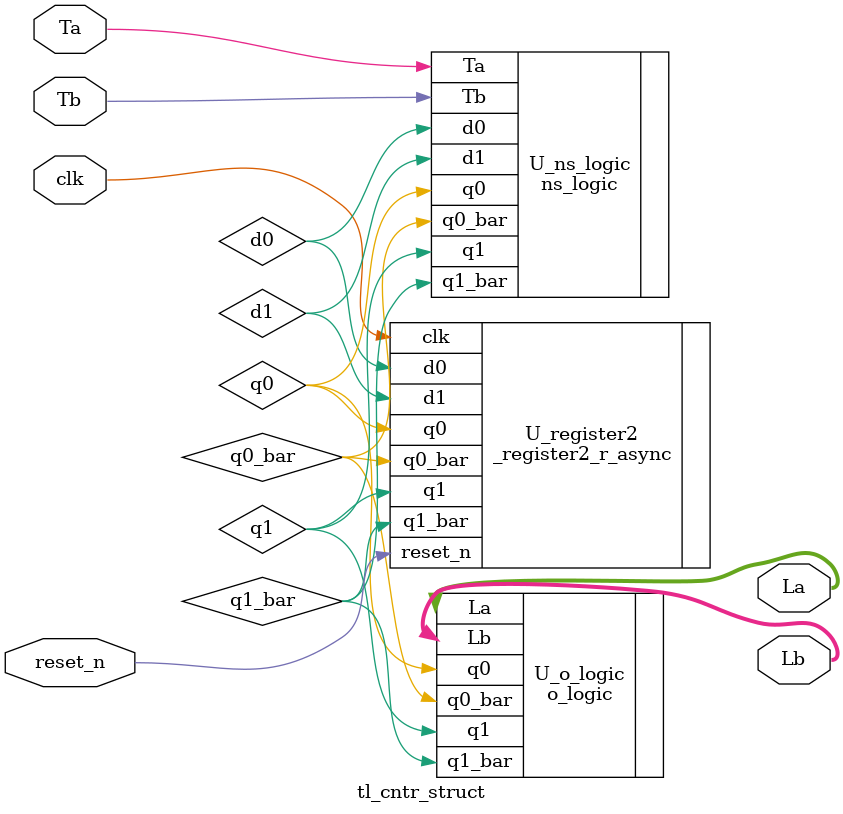
<source format=v>
module tl_cntr_struct (clk, reset_n, Ta, Tb, La, Lb);
input clk, reset_n;
input Ta, Tb; //traffic sensor
output [1:0] La, Lb; //traffic light
wire q1, q1_bar, q0, q0_bar;
wire d1, d0;

//instance module next state logic 
	ns_logic U_ns_logic(.q1(q1), .q1_bar(q1_bar), .q0(q0), .q0_bar(q0_bar), .Ta(Ta), .Tb(Tb), .d1(d1), .d0(d0));
	_register2_r_async U_register2(.clk(clk), .reset_n(reset_n), .d1(d1), .d0(d0), .q1(q1), .q0(q0), .q1_bar(q1_bar), .q0_bar(q0_bar));
	o_logic U_o_logic(.q1(q1), .q1_bar(q1_bar), .q0(q0), .q0_bar(q0_bar), .La(La), .Lb(Lb));
	
endmodule 
</source>
